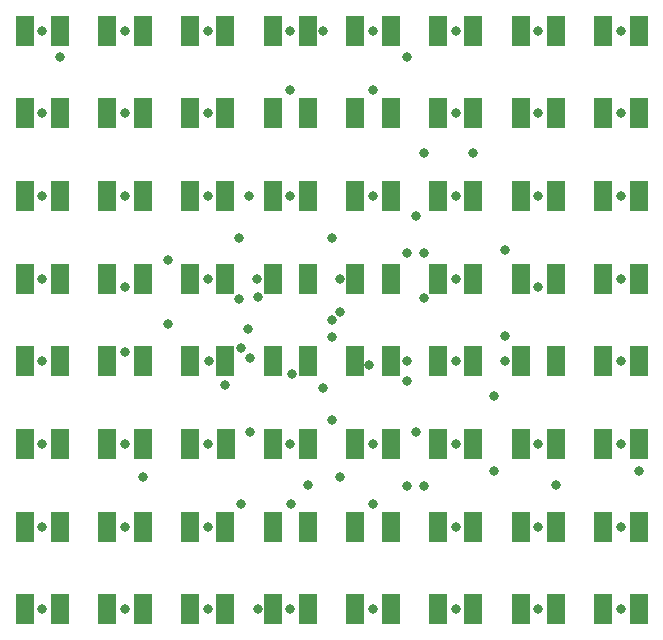
<source format=gbr>
%TF.GenerationSoftware,Altium Limited,Altium Designer,22.2.1 (43)*%
G04 Layer_Color=8388736*
%FSLAX43Y43*%
%MOMM*%
%TF.SameCoordinates,12936C2D-F9F3-4D5E-B855-D0F9E265F173*%
%TF.FilePolarity,Negative*%
%TF.FileFunction,Soldermask,Top*%
%TF.Part,Single*%
G01*
G75*
%TA.AperFunction,SMDPad,CuDef*%
%ADD10R,1.500X2.600*%
%TA.AperFunction,ViaPad*%
%ADD13C,0.800*%
D10*
X33000Y10000D02*
D03*
X30000D02*
D03*
X2000Y52000D02*
D03*
X5000D02*
D03*
X12000D02*
D03*
X9000D02*
D03*
X16000D02*
D03*
X19000D02*
D03*
X26000D02*
D03*
X23000D02*
D03*
X30000D02*
D03*
X33000D02*
D03*
X40000D02*
D03*
X37000D02*
D03*
X44000D02*
D03*
X47000D02*
D03*
X54000D02*
D03*
X51000D02*
D03*
X2000Y45000D02*
D03*
X5000D02*
D03*
X12000D02*
D03*
X9000D02*
D03*
X16000D02*
D03*
X19000D02*
D03*
X26000D02*
D03*
X23000D02*
D03*
X30000D02*
D03*
X33000D02*
D03*
X40000D02*
D03*
X37000D02*
D03*
X44000D02*
D03*
X47000D02*
D03*
X54000D02*
D03*
X51000D02*
D03*
X2000Y38000D02*
D03*
X5000D02*
D03*
X12000D02*
D03*
X9000D02*
D03*
X16000D02*
D03*
X19000D02*
D03*
X26000D02*
D03*
X23000D02*
D03*
X30000D02*
D03*
X33000D02*
D03*
X40000D02*
D03*
X37000D02*
D03*
X44000D02*
D03*
X47000D02*
D03*
X54000D02*
D03*
X51000D02*
D03*
X2000Y31000D02*
D03*
X5000D02*
D03*
X12000D02*
D03*
X9000D02*
D03*
X16000D02*
D03*
X19000D02*
D03*
X26000D02*
D03*
X23000D02*
D03*
X30000D02*
D03*
X33000D02*
D03*
X40000D02*
D03*
X37000D02*
D03*
X44000D02*
D03*
X47000D02*
D03*
X54000D02*
D03*
X51000D02*
D03*
X2000Y24000D02*
D03*
X5000D02*
D03*
X12000D02*
D03*
X9000D02*
D03*
X16000D02*
D03*
X19000D02*
D03*
X26000D02*
D03*
X23000D02*
D03*
X30000D02*
D03*
X33000D02*
D03*
X40000D02*
D03*
X37000D02*
D03*
X44000D02*
D03*
X47000D02*
D03*
X54000D02*
D03*
X51000D02*
D03*
X2000Y17000D02*
D03*
X5000D02*
D03*
X12000D02*
D03*
X9000D02*
D03*
X16030Y17021D02*
D03*
X19030D02*
D03*
X26000Y17000D02*
D03*
X23000D02*
D03*
X30000D02*
D03*
X33000D02*
D03*
X40000D02*
D03*
X37000D02*
D03*
X44000D02*
D03*
X47000D02*
D03*
X54000D02*
D03*
X51000D02*
D03*
X2000Y10000D02*
D03*
X5000D02*
D03*
X12000D02*
D03*
X9000D02*
D03*
X16000D02*
D03*
X19000D02*
D03*
X26000D02*
D03*
X23000D02*
D03*
X40000D02*
D03*
X37000D02*
D03*
X44000D02*
D03*
X47000D02*
D03*
X54000D02*
D03*
X51000D02*
D03*
X2000Y3000D02*
D03*
X5000D02*
D03*
X12000D02*
D03*
X9000D02*
D03*
X16000D02*
D03*
X19000D02*
D03*
X26000D02*
D03*
X23000D02*
D03*
X30000D02*
D03*
X33000D02*
D03*
X40000D02*
D03*
X37000D02*
D03*
X44000D02*
D03*
X47000D02*
D03*
X54000D02*
D03*
X51000D02*
D03*
D13*
X19000Y21986D02*
D03*
X17621Y24000D02*
D03*
X28000Y19024D02*
D03*
X17500Y31000D02*
D03*
X20962Y38000D02*
D03*
X20141Y29313D02*
D03*
X21781Y29413D02*
D03*
X21645Y31013D02*
D03*
X20163Y34485D02*
D03*
X20903Y26771D02*
D03*
X54000Y14740D02*
D03*
X41771D02*
D03*
Y21090D02*
D03*
X31123Y23690D02*
D03*
X35097Y18042D02*
D03*
X38500Y24000D02*
D03*
X34357Y22315D02*
D03*
X27260Y21745D02*
D03*
X42672Y26170D02*
D03*
Y24000D02*
D03*
X35837Y29337D02*
D03*
X34357Y24000D02*
D03*
X46990Y13491D02*
D03*
X38500Y17000D02*
D03*
X35852Y13470D02*
D03*
X34346Y33215D02*
D03*
X35852Y33140D02*
D03*
X38500Y38000D02*
D03*
Y45000D02*
D03*
Y52000D02*
D03*
X40000Y41664D02*
D03*
X35814D02*
D03*
X35111Y36305D02*
D03*
X26000Y13491D02*
D03*
X34357Y13470D02*
D03*
X24665Y22964D02*
D03*
X21099Y24325D02*
D03*
X20300Y25154D02*
D03*
X12000Y14232D02*
D03*
X28740D02*
D03*
Y28146D02*
D03*
Y30996D02*
D03*
X28000Y34485D02*
D03*
X45500Y38000D02*
D03*
X42672Y33460D02*
D03*
X31500Y38000D02*
D03*
X31496Y46998D02*
D03*
X5000Y49792D02*
D03*
X34357D02*
D03*
X21764Y3000D02*
D03*
X28000Y27500D02*
D03*
X20300Y11966D02*
D03*
X28000Y26030D02*
D03*
X3500Y31000D02*
D03*
X14115Y27186D02*
D03*
X27300Y52011D02*
D03*
X31500Y17000D02*
D03*
X21082Y18042D02*
D03*
X24500Y17000D02*
D03*
X14115Y32624D02*
D03*
X52500Y24000D02*
D03*
X38500Y31000D02*
D03*
X24491Y47001D02*
D03*
X24538Y11946D02*
D03*
X31496D02*
D03*
X10456Y30306D02*
D03*
X10529Y24759D02*
D03*
X45500Y30260D02*
D03*
X3500Y52000D02*
D03*
Y45000D02*
D03*
Y38000D02*
D03*
Y24000D02*
D03*
Y17000D02*
D03*
Y10000D02*
D03*
X52500D02*
D03*
X38500D02*
D03*
X17500D02*
D03*
X10500D02*
D03*
X45500D02*
D03*
X52500Y3000D02*
D03*
X38500D02*
D03*
X31500D02*
D03*
X24500D02*
D03*
X17500D02*
D03*
X10500D02*
D03*
X3500D02*
D03*
X45500D02*
D03*
X52500Y17000D02*
D03*
X17500D02*
D03*
X10500D02*
D03*
X45500D02*
D03*
X52500Y31000D02*
D03*
Y38000D02*
D03*
X24500D02*
D03*
X17500D02*
D03*
X10500D02*
D03*
X45500Y45000D02*
D03*
X10500D02*
D03*
X17500D02*
D03*
X52500D02*
D03*
Y52000D02*
D03*
X45500D02*
D03*
X31500D02*
D03*
X24500D02*
D03*
X17500D02*
D03*
X10500D02*
D03*
%TF.MD5,786b68ad7f4594431352b767fd6a0e13*%
M02*

</source>
